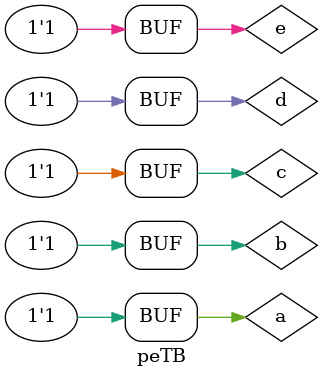
<source format=v>
`timescale 1ns / 1ps


module peTB();
    reg a,b,c,d,e;
    wire o1,o2;
    
code uut(.A(a),.B(b),.C(c),.D(d),.E(e),.O1(o1),.O2(o2));
    initial
        begin
          a=1; b=1;c=0;d=1;e=0;
          #50
          a=0; b=0;c=0;d=1;e=1;
          #50
          a=0; b=0;c=1;d=1;e=1;
          #50
          a=0; b=1;c=1;d=1;e=1;
          #50
          a=1; b=1;c=1;d=1;e=1;
        end
endmodule

</source>
